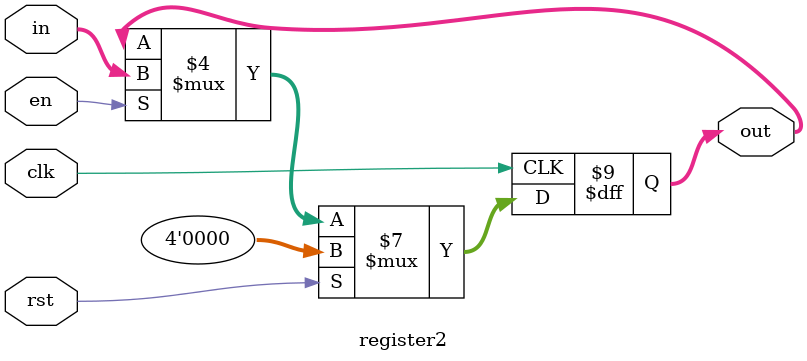
<source format=v>
`timescale 1ns / 1ps


module register2(
    input [3:0] in,
    input rst,
    input en,
    input clk,//ÉÏÉýÑØÓÐÐ§
    output reg [3:0] out
    );
    always @(posedge clk) begin
            if(rst==1) out<=4'b0000;
            else if(en==1) out<=in;
    end
endmodule

</source>
